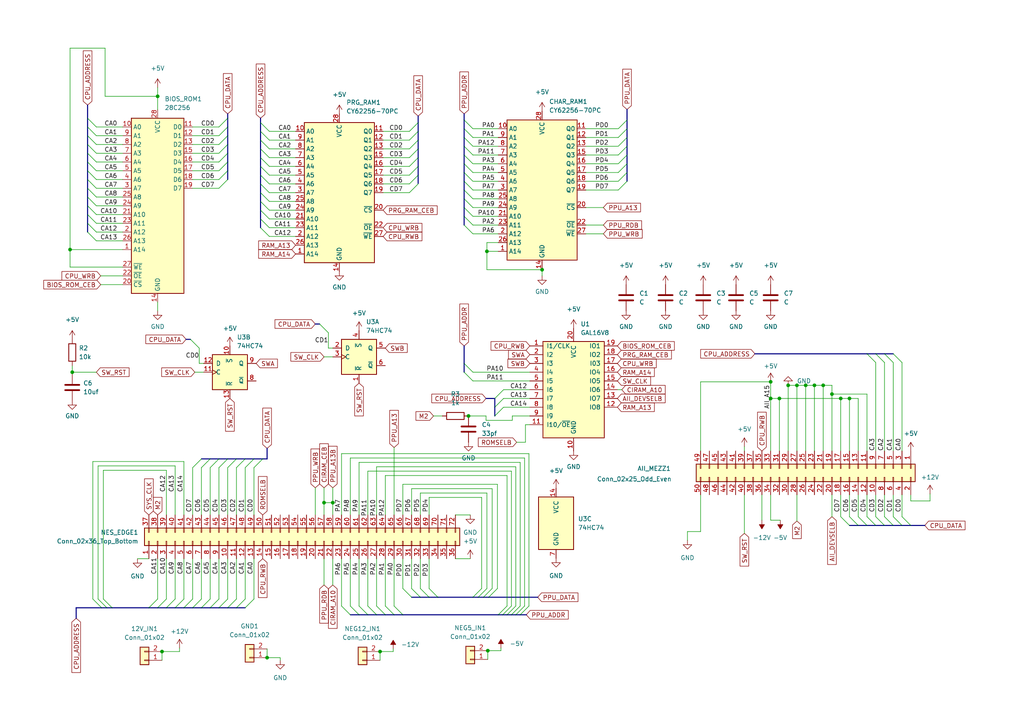
<source format=kicad_sch>
(kicad_sch (version 20211123) (generator eeschema)
  (paper "A4")
  (junction (at 110.236 188.976))
  (junction (at 157.226 78.232))
  (junction (at 20.32 72.39))
  (junction (at 241.3 114.3))
  (junction (at 77.47 190.754))
  (junction (at 223.52 115.57))
  (junction (at 135.89 120.65))
  (junction (at 226.06 115.57))
  (junction (at 243.84 115.57))
  (junction (at 231.14 111.76))
  (junction (at 45.72 27.94))
  (junction (at 141.478 188.722))
  (junction (at 228.6 111.76))
  (junction (at 246.38 115.57))
  (junction (at 141.224 72.898))
  (junction (at 93.98 145.796))
  (junction (at 238.76 111.76))
  (junction (at 233.68 111.76))
  (junction (at 20.955 107.95))
  (junction (at 46.99 188.976))
  (junction (at 236.22 111.76))
  (junction (at 223.52 110.744))
  (junction (at 96.52 145.796))
  (bus_entry (at 68.58 135.636) (size 2.54 -2.54))
  (bus_entry (at 116.84 170.688) (size 2.54 2.54))
  (bus_entry (at 119.38 170.688) (size 2.54 2.54))
  (bus_entry (at 63.5 36.83) (size 2.54 -2.54))
  (bus_entry (at 32.512 176.276) (size -2.54 -2.54))
  (bus_entry (at 121.285 35.56) (size -2.54 2.54))
  (bus_entry (at 137.16 67.818) (size -2.54 -2.54))
  (bus_entry (at 179.324 52.578) (size 2.54 -2.54))
  (bus_entry (at 30.988 176.276) (size -2.54 -2.54))
  (bus_entry (at 179.324 44.958) (size 2.54 -2.54))
  (bus_entry (at 137.16 60.198) (size -2.54 -2.54))
  (bus_entry (at 254 152.4) (size -2.54 -2.54))
  (bus_entry (at 25.4 44.45) (size 2.54 2.54))
  (bus_entry (at 137.16 52.578) (size -2.54 -2.54))
  (bus_entry (at 264.16 152.4) (size -2.54 -2.54))
  (bus_entry (at 75.565 66.04) (size 2.54 2.54))
  (bus_entry (at 25.4 64.77) (size 2.54 2.54))
  (bus_entry (at 60.96 176.276) (size 2.54 -2.54))
  (bus_entry (at 104.14 175.768) (size 2.54 2.54))
  (bus_entry (at 75.565 35.56) (size 2.54 2.54))
  (bus_entry (at 251.46 152.4) (size -2.54 -2.54))
  (bus_entry (at 121.285 40.64) (size -2.54 2.54))
  (bus_entry (at 248.92 152.4) (size -2.54 -2.54))
  (bus_entry (at 146.05 113.03) (size -2.54 2.54))
  (bus_entry (at 25.4 46.99) (size 2.54 2.54))
  (bus_entry (at 134.62 42.418) (size 2.54 2.54))
  (bus_entry (at 140.208 173.228) (size 2.54 -2.54))
  (bus_entry (at 150.876 178.308) (size 2.54 -2.54))
  (bus_entry (at 146.05 115.57) (size -2.54 2.54))
  (bus_entry (at 63.5 176.276) (size 2.54 -2.54))
  (bus_entry (at 109.22 175.768) (size 2.54 2.54))
  (bus_entry (at 25.4 54.61) (size 2.54 2.54))
  (bus_entry (at 134.62 37.338) (size 2.54 2.54))
  (bus_entry (at 75.565 38.1) (size 2.54 2.54))
  (bus_entry (at 254 105.156) (size -2.54 -2.54))
  (bus_entry (at 137.16 47.498) (size -2.54 -2.54))
  (bus_entry (at 256.54 105.156) (size -2.54 -2.54))
  (bus_entry (at 246.38 152.4) (size -2.54 -2.54))
  (bus_entry (at 121.285 50.8) (size -2.54 2.54))
  (bus_entry (at 92.71 93.98) (size 2.54 2.54))
  (bus_entry (at 75.565 48.26) (size 2.54 2.54))
  (bus_entry (at 48.26 176.276) (size 2.54 -2.54))
  (bus_entry (at 75.565 50.8) (size 2.54 2.54))
  (bus_entry (at 43.18 176.276) (size 2.54 -2.54))
  (bus_entry (at 25.4 67.31) (size 2.54 2.54))
  (bus_entry (at 145.796 178.308) (size 2.54 -2.54))
  (bus_entry (at 121.285 43.18) (size -2.54 2.54))
  (bus_entry (at 63.5 49.53) (size 2.54 -2.54))
  (bus_entry (at 111.76 175.768) (size 2.54 2.54))
  (bus_entry (at 179.324 39.878) (size 2.54 -2.54))
  (bus_entry (at 25.4 41.91) (size 2.54 2.54))
  (bus_entry (at 121.285 38.1) (size -2.54 2.54))
  (bus_entry (at 25.4 34.29) (size 2.54 2.54))
  (bus_entry (at 256.54 152.4) (size -2.54 -2.54))
  (bus_entry (at 149.606 178.308) (size 2.54 -2.54))
  (bus_entry (at 144.526 178.308) (size 2.54 -2.54))
  (bus_entry (at 25.4 39.37) (size 2.54 2.54))
  (bus_entry (at 261.62 105.156) (size -2.54 -2.54))
  (bus_entry (at 45.72 176.276) (size 2.54 -2.54))
  (bus_entry (at 134.62 34.798) (size 2.54 2.54))
  (bus_entry (at 75.565 40.64) (size 2.54 2.54))
  (bus_entry (at 101.6 175.768) (size 2.54 2.54))
  (bus_entry (at 137.16 50.038) (size -2.54 -2.54))
  (bus_entry (at 63.5 39.37) (size 2.54 -2.54))
  (bus_entry (at 73.66 135.636) (size 2.54 -2.54))
  (bus_entry (at 134.62 39.878) (size 2.54 2.54))
  (bus_entry (at 137.16 62.738) (size -2.54 -2.54))
  (bus_entry (at 25.4 59.69) (size 2.54 2.54))
  (bus_entry (at 58.42 176.276) (size 2.54 -2.54))
  (bus_entry (at 261.62 152.4) (size -2.54 -2.54))
  (bus_entry (at 50.8 176.276) (size 2.54 -2.54))
  (bus_entry (at 259.08 105.156) (size -2.54 -2.54))
  (bus_entry (at 137.16 65.278) (size -2.54 -2.54))
  (bus_entry (at 29.464 176.276) (size -2.54 -2.54))
  (bus_entry (at 53.34 176.276) (size 2.54 -2.54))
  (bus_entry (at 25.4 52.07) (size 2.54 2.54))
  (bus_entry (at 134.62 105.41) (size 2.54 2.54))
  (bus_entry (at 99.06 175.768) (size 2.54 2.54))
  (bus_entry (at 75.565 43.18) (size 2.54 2.54))
  (bus_entry (at 134.62 107.95) (size 2.54 2.54))
  (bus_entry (at 179.324 47.498) (size 2.54 -2.54))
  (bus_entry (at 66.04 176.276) (size 2.54 -2.54))
  (bus_entry (at 121.92 170.688) (size 2.54 2.54))
  (bus_entry (at 68.58 176.276) (size 2.54 -2.54))
  (bus_entry (at 25.4 57.15) (size 2.54 2.54))
  (bus_entry (at 58.42 135.636) (size 2.54 -2.54))
  (bus_entry (at 75.565 63.5) (size 2.54 2.54))
  (bus_entry (at 63.5 54.61) (size 2.54 -2.54))
  (bus_entry (at 25.4 36.83) (size 2.54 2.54))
  (bus_entry (at 137.16 57.658) (size -2.54 -2.54))
  (bus_entry (at 55.88 135.636) (size 2.54 -2.54))
  (bus_entry (at 71.12 176.276) (size 2.54 -2.54))
  (bus_entry (at 121.285 53.34) (size -2.54 2.54))
  (bus_entry (at 75.565 60.96) (size 2.54 2.54))
  (bus_entry (at 25.4 49.53) (size 2.54 2.54))
  (bus_entry (at 148.336 178.308) (size 2.54 -2.54))
  (bus_entry (at 137.16 173.228) (size 2.54 -2.54))
  (bus_entry (at 124.46 170.688) (size 2.54 2.54))
  (bus_entry (at 121.285 48.26) (size -2.54 2.54))
  (bus_entry (at 259.08 152.4) (size -2.54 -2.54))
  (bus_entry (at 179.324 42.418) (size 2.54 -2.54))
  (bus_entry (at 60.96 135.636) (size 2.54 -2.54))
  (bus_entry (at 71.12 135.636) (size 2.54 -2.54))
  (bus_entry (at 63.5 46.99) (size 2.54 -2.54))
  (bus_entry (at 63.5 52.07) (size 2.54 -2.54))
  (bus_entry (at 147.066 178.308) (size 2.54 -2.54))
  (bus_entry (at 179.324 50.038) (size 2.54 -2.54))
  (bus_entry (at 137.16 55.118) (size -2.54 -2.54))
  (bus_entry (at 75.565 55.88) (size 2.54 2.54))
  (bus_entry (at 179.324 37.338) (size 2.54 -2.54))
  (bus_entry (at 55.245 98.425) (size 2.54 2.54))
  (bus_entry (at 146.05 118.11) (size -2.54 2.54))
  (bus_entry (at 75.565 58.42) (size 2.54 2.54))
  (bus_entry (at 121.285 45.72) (size -2.54 2.54))
  (bus_entry (at 75.565 45.72) (size 2.54 2.54))
  (bus_entry (at 141.732 173.228) (size 2.54 -2.54))
  (bus_entry (at 66.04 135.636) (size 2.54 -2.54))
  (bus_entry (at 55.88 176.276) (size 2.54 -2.54))
  (bus_entry (at 63.5 41.91) (size 2.54 -2.54))
  (bus_entry (at 75.565 53.34) (size 2.54 2.54))
  (bus_entry (at 179.324 55.118) (size 2.54 -2.54))
  (bus_entry (at 25.4 62.23) (size 2.54 2.54))
  (bus_entry (at 116.84 178.308) (size -2.54 -2.54))
  (bus_entry (at 138.684 173.228) (size 2.54 -2.54))
  (bus_entry (at 63.5 44.45) (size 2.54 -2.54))
  (bus_entry (at 106.68 175.768) (size 2.54 2.54))
  (bus_entry (at 63.5 135.636) (size 2.54 -2.54))
  (wire (pts (xy 246.38 115.57) (xy 248.92 115.57)))
  (wire (pts (xy 226.06 115.57) (xy 243.84 115.57)))
  (wire (pts (xy 141.224 143.002) (xy 141.224 170.688)))
  (bus (pts (xy 106.68 178.308) (xy 109.22 178.308)))
  (wire (pts (xy 146.05 118.11) (xy 153.67 118.11)))
  (wire (pts (xy 146.05 113.03) (xy 153.67 113.03)))
  (wire (pts (xy 246.38 143.51) (xy 246.38 149.86)))
  (wire (pts (xy 137.16 67.818) (xy 144.526 67.818)))
  (bus (pts (xy 121.285 43.18) (xy 121.285 45.72)))
  (wire (pts (xy 116.84 162.052) (xy 116.84 170.688)))
  (wire (pts (xy 78.105 43.18) (xy 85.725 43.18)))
  (wire (pts (xy 223.52 143.51) (xy 223.52 150.876)))
  (wire (pts (xy 140.97 121.92) (xy 148.59 121.92)))
  (wire (pts (xy 121.92 149.352) (xy 121.92 143.002)))
  (wire (pts (xy 27.94 69.85) (xy 35.56 69.85)))
  (wire (pts (xy 137.16 47.498) (xy 144.526 47.498)))
  (wire (pts (xy 169.926 50.038) (xy 179.324 50.038)))
  (wire (pts (xy 93.98 103.505) (xy 96.52 103.505)))
  (bus (pts (xy 109.22 178.308) (xy 111.76 178.308)))
  (wire (pts (xy 149.606 135.382) (xy 149.606 175.768)))
  (bus (pts (xy 134.62 100.33) (xy 134.62 105.41)))
  (bus (pts (xy 75.565 40.64) (xy 75.565 43.18)))
  (bus (pts (xy 134.62 47.498) (xy 134.62 44.958)))
  (wire (pts (xy 137.16 62.738) (xy 144.526 62.738)))
  (bus (pts (xy 121.285 50.8) (xy 121.285 53.213)))
  (wire (pts (xy 55.88 54.61) (xy 63.5 54.61)))
  (bus (pts (xy 77.47 130.048) (xy 77.47 133.096)))
  (bus (pts (xy 140.208 173.228) (xy 141.732 173.228)))
  (wire (pts (xy 114.3 129.794) (xy 114.3 149.352)))
  (wire (pts (xy 111.76 149.352) (xy 111.76 137.922)))
  (wire (pts (xy 78.105 45.72) (xy 85.725 45.72)))
  (bus (pts (xy 114.3 178.308) (xy 116.84 178.308)))
  (wire (pts (xy 59.055 105.41) (xy 57.785 105.41)))
  (bus (pts (xy 25.4 39.37) (xy 25.4 41.91)))
  (wire (pts (xy 119.38 162.052) (xy 119.38 170.688)))
  (wire (pts (xy 228.6 111.76) (xy 231.14 111.76)))
  (wire (pts (xy 119.38 149.352) (xy 119.38 141.732)))
  (wire (pts (xy 109.22 162.052) (xy 109.22 175.768)))
  (bus (pts (xy 25.4 34.29) (xy 25.4 36.83)))
  (wire (pts (xy 27.94 39.37) (xy 35.56 39.37)))
  (wire (pts (xy 169.926 42.418) (xy 179.324 42.418)))
  (wire (pts (xy 96.52 145.796) (xy 96.52 149.352)))
  (wire (pts (xy 96.52 162.052) (xy 96.52 169.672)))
  (wire (pts (xy 148.59 120.65) (xy 153.67 120.65)))
  (wire (pts (xy 236.22 111.76) (xy 236.22 130.81)))
  (bus (pts (xy 148.336 178.308) (xy 149.606 178.308)))
  (wire (pts (xy 149.86 128.27) (xy 152.4 128.27)))
  (bus (pts (xy 22.098 176.276) (xy 22.098 179.324)))
  (wire (pts (xy 119.38 141.732) (xy 142.748 141.732)))
  (wire (pts (xy 48.26 149.352) (xy 48.26 136.398)))
  (wire (pts (xy 27.94 41.91) (xy 35.56 41.91)))
  (wire (pts (xy 77.47 190.754) (xy 81.28 190.754)))
  (wire (pts (xy 50.8 149.352) (xy 50.8 135.128)))
  (bus (pts (xy 134.62 57.658) (xy 134.62 55.118)))
  (bus (pts (xy 121.285 38.1) (xy 121.285 40.64)))
  (wire (pts (xy 53.34 133.858) (xy 26.924 133.858)))
  (wire (pts (xy 104.14 149.352) (xy 104.14 134.112)))
  (wire (pts (xy 45.72 27.94) (xy 45.72 31.75)))
  (wire (pts (xy 169.926 44.958) (xy 179.324 44.958)))
  (bus (pts (xy 60.96 133.096) (xy 63.5 133.096)))
  (bus (pts (xy 25.4 41.91) (xy 25.4 44.45)))
  (bus (pts (xy 25.4 52.07) (xy 25.4 54.61)))
  (bus (pts (xy 48.26 176.276) (xy 50.8 176.276)))
  (wire (pts (xy 226.06 115.57) (xy 226.06 130.81)))
  (wire (pts (xy 137.16 107.95) (xy 153.67 107.95)))
  (wire (pts (xy 20.32 77.47) (xy 20.32 72.39)))
  (wire (pts (xy 152.4 123.19) (xy 153.67 123.19)))
  (bus (pts (xy 181.864 39.878) (xy 181.864 42.418)))
  (bus (pts (xy 32.512 176.276) (xy 43.18 176.276)))
  (wire (pts (xy 231.14 111.76) (xy 233.68 111.76)))
  (wire (pts (xy 256.54 143.51) (xy 256.54 149.86)))
  (wire (pts (xy 104.14 162.052) (xy 104.14 175.768)))
  (wire (pts (xy 101.6 149.352) (xy 101.6 132.842)))
  (bus (pts (xy 254 102.616) (xy 256.54 102.616)))
  (bus (pts (xy 60.96 176.276) (xy 63.5 176.276)))
  (wire (pts (xy 93.98 145.796) (xy 96.52 145.796)))
  (wire (pts (xy 261.62 143.51) (xy 261.62 149.86)))
  (wire (pts (xy 106.68 162.052) (xy 106.68 175.768)))
  (wire (pts (xy 45.72 162.052) (xy 45.72 173.736)))
  (bus (pts (xy 134.62 37.338) (xy 134.62 34.798)))
  (wire (pts (xy 111.76 162.052) (xy 111.76 175.768)))
  (wire (pts (xy 146.05 115.57) (xy 153.67 115.57)))
  (bus (pts (xy 71.12 133.096) (xy 73.66 133.096)))
  (bus (pts (xy 55.88 176.276) (xy 58.42 176.276)))
  (wire (pts (xy 63.5 162.052) (xy 63.5 173.736)))
  (wire (pts (xy 215.9 129.54) (xy 215.9 130.81)))
  (wire (pts (xy 55.88 52.07) (xy 63.5 52.07)))
  (bus (pts (xy 134.62 62.738) (xy 134.62 60.198)))
  (wire (pts (xy 238.76 111.76) (xy 238.76 130.81)))
  (wire (pts (xy 132.08 162.052) (xy 136.398 162.052)))
  (bus (pts (xy 75.565 38.1) (xy 75.565 40.64)))
  (bus (pts (xy 121.285 35.56) (xy 121.285 38.1)))
  (bus (pts (xy 25.4 59.69) (xy 25.4 62.23)))
  (wire (pts (xy 27.94 36.83) (xy 35.56 36.83)))
  (wire (pts (xy 68.58 162.052) (xy 68.58 173.736)))
  (bus (pts (xy 181.864 44.958) (xy 181.864 47.498)))
  (wire (pts (xy 137.16 39.878) (xy 144.526 39.878)))
  (wire (pts (xy 223.52 110.744) (xy 223.52 115.57)))
  (bus (pts (xy 144.526 178.308) (xy 145.796 178.308)))
  (bus (pts (xy 140.97 115.57) (xy 143.51 115.57)))
  (wire (pts (xy 78.105 60.96) (xy 85.725 60.96)))
  (wire (pts (xy 71.12 162.052) (xy 71.12 173.736)))
  (bus (pts (xy 101.6 178.308) (xy 104.14 178.308)))
  (wire (pts (xy 27.94 44.45) (xy 35.56 44.45)))
  (wire (pts (xy 203.2 143.51) (xy 203.2 154.178)))
  (bus (pts (xy 259.08 152.4) (xy 261.62 152.4)))
  (bus (pts (xy 121.285 40.64) (xy 121.285 43.18)))
  (wire (pts (xy 104.14 134.112) (xy 150.876 134.112)))
  (bus (pts (xy 25.4 54.61) (xy 25.4 57.15)))
  (bus (pts (xy 134.62 50.038) (xy 134.62 47.498)))
  (wire (pts (xy 30.48 27.94) (xy 30.48 13.97)))
  (wire (pts (xy 71.12 135.636) (xy 71.12 149.352)))
  (bus (pts (xy 25.4 64.77) (xy 25.4 67.31)))
  (wire (pts (xy 141.478 188.722) (xy 141.478 191.262)))
  (bus (pts (xy 66.04 41.91) (xy 66.04 44.45)))
  (wire (pts (xy 137.16 37.338) (xy 144.526 37.338)))
  (bus (pts (xy 261.62 152.4) (xy 264.16 152.4)))
  (bus (pts (xy 25.4 30.48) (xy 25.4 34.29)))
  (wire (pts (xy 243.84 115.57) (xy 246.38 115.57)))
  (wire (pts (xy 150.876 134.112) (xy 150.876 175.768)))
  (bus (pts (xy 75.565 45.72) (xy 75.565 48.26)))
  (bus (pts (xy 58.42 133.096) (xy 60.96 133.096)))
  (bus (pts (xy 256.54 102.616) (xy 259.08 102.616)))
  (wire (pts (xy 68.58 135.636) (xy 68.58 149.352)))
  (bus (pts (xy 75.565 34.29) (xy 75.565 35.56)))
  (bus (pts (xy 25.4 44.45) (xy 25.4 46.99)))
  (wire (pts (xy 66.04 162.052) (xy 66.04 173.736)))
  (wire (pts (xy 27.94 54.61) (xy 35.56 54.61)))
  (wire (pts (xy 118.745 43.18) (xy 111.125 43.18)))
  (wire (pts (xy 93.98 162.052) (xy 93.98 169.672)))
  (wire (pts (xy 121.92 162.052) (xy 121.92 170.688)))
  (bus (pts (xy 121.285 45.72) (xy 121.285 48.26)))
  (wire (pts (xy 132.08 149.352) (xy 136.398 149.352)))
  (wire (pts (xy 169.926 60.198) (xy 175.006 60.198)))
  (wire (pts (xy 93.98 141.478) (xy 93.98 145.796)))
  (wire (pts (xy 241.3 143.51) (xy 241.3 149.86)))
  (wire (pts (xy 78.105 50.8) (xy 85.725 50.8)))
  (wire (pts (xy 78.105 53.34) (xy 85.725 53.34)))
  (wire (pts (xy 137.16 65.278) (xy 144.526 65.278)))
  (bus (pts (xy 134.62 60.198) (xy 134.62 57.658)))
  (bus (pts (xy 53.975 98.425) (xy 55.245 98.425)))
  (wire (pts (xy 118.745 38.1) (xy 111.125 38.1)))
  (bus (pts (xy 143.51 115.57) (xy 143.51 118.11)))
  (bus (pts (xy 66.04 133.096) (xy 68.58 133.096)))
  (bus (pts (xy 119.38 173.228) (xy 121.92 173.228)))
  (wire (pts (xy 109.22 135.382) (xy 149.606 135.382)))
  (wire (pts (xy 27.94 49.53) (xy 35.56 49.53)))
  (wire (pts (xy 179.07 113.03) (xy 180.34 113.03)))
  (wire (pts (xy 106.68 136.652) (xy 148.336 136.652)))
  (wire (pts (xy 125.73 120.65) (xy 128.27 120.65)))
  (bus (pts (xy 251.46 102.616) (xy 254 102.616)))
  (wire (pts (xy 114.3 162.052) (xy 114.3 175.768)))
  (wire (pts (xy 118.745 48.26) (xy 111.125 48.26)))
  (bus (pts (xy 75.565 55.88) (xy 75.565 58.42)))
  (wire (pts (xy 148.336 136.652) (xy 148.336 175.768)))
  (wire (pts (xy 91.44 141.478) (xy 91.44 149.352)))
  (wire (pts (xy 48.26 162.052) (xy 48.26 173.736)))
  (wire (pts (xy 141.478 188.722) (xy 145.288 188.722)))
  (wire (pts (xy 57.785 105.41) (xy 57.785 100.965)))
  (wire (pts (xy 52.07 188.976) (xy 52.07 187.96)))
  (bus (pts (xy 75.565 60.96) (xy 75.565 63.5)))
  (wire (pts (xy 53.34 162.052) (xy 53.34 173.736)))
  (wire (pts (xy 28.448 135.128) (xy 28.448 173.736)))
  (bus (pts (xy 73.66 133.096) (xy 76.2 133.096)))
  (wire (pts (xy 20.955 107.95) (xy 20.955 108.585)))
  (bus (pts (xy 76.2 133.096) (xy 77.47 133.096)))
  (wire (pts (xy 55.88 39.37) (xy 63.5 39.37)))
  (wire (pts (xy 169.926 39.878) (xy 179.324 39.878)))
  (wire (pts (xy 60.96 135.636) (xy 60.96 149.352)))
  (wire (pts (xy 157.226 80.01) (xy 157.226 78.232)))
  (bus (pts (xy 50.8 176.276) (xy 53.34 176.276)))
  (wire (pts (xy 141.224 70.358) (xy 144.526 70.358)))
  (wire (pts (xy 99.06 131.572) (xy 153.416 131.572)))
  (bus (pts (xy 134.62 105.41) (xy 134.62 107.95)))
  (wire (pts (xy 241.3 111.76) (xy 241.3 114.3)))
  (wire (pts (xy 106.68 149.352) (xy 106.68 136.652)))
  (wire (pts (xy 256.54 105.156) (xy 256.54 130.81)))
  (wire (pts (xy 27.94 59.69) (xy 35.56 59.69)))
  (wire (pts (xy 199.39 154.178) (xy 199.39 156.718)))
  (wire (pts (xy 58.42 162.052) (xy 58.42 173.736)))
  (wire (pts (xy 99.06 149.352) (xy 99.06 131.572)))
  (wire (pts (xy 169.926 47.498) (xy 179.324 47.498)))
  (wire (pts (xy 118.745 55.88) (xy 111.125 55.88)))
  (wire (pts (xy 124.46 144.272) (xy 139.7 144.272)))
  (wire (pts (xy 101.6 132.842) (xy 152.146 132.842)))
  (wire (pts (xy 137.16 55.118) (xy 144.526 55.118)))
  (wire (pts (xy 259.08 105.156) (xy 259.08 130.81)))
  (wire (pts (xy 241.3 114.3) (xy 241.3 130.81)))
  (bus (pts (xy 127 173.228) (xy 137.16 173.228)))
  (bus (pts (xy 68.58 176.276) (xy 71.12 176.276)))
  (bus (pts (xy 75.565 43.18) (xy 75.565 45.72)))
  (wire (pts (xy 251.46 114.3) (xy 251.46 130.81)))
  (wire (pts (xy 45.72 25.4) (xy 45.72 27.94)))
  (bus (pts (xy 121.285 48.26) (xy 121.285 50.8)))
  (wire (pts (xy 78.105 48.26) (xy 85.725 48.26)))
  (wire (pts (xy 169.926 67.818) (xy 175.006 67.818)))
  (bus (pts (xy 141.732 173.228) (xy 155.956 173.228)))
  (wire (pts (xy 169.926 52.578) (xy 179.324 52.578)))
  (bus (pts (xy 134.62 52.578) (xy 134.62 50.038)))
  (wire (pts (xy 121.92 143.002) (xy 141.224 143.002)))
  (wire (pts (xy 264.16 145.288) (xy 269.748 145.288)))
  (wire (pts (xy 169.926 65.278) (xy 175.006 65.278)))
  (wire (pts (xy 223.52 150.876) (xy 226.314 150.876)))
  (wire (pts (xy 137.16 52.578) (xy 144.526 52.578)))
  (wire (pts (xy 78.105 58.42) (xy 85.725 58.42)))
  (wire (pts (xy 96.52 100.965) (xy 95.25 100.965)))
  (wire (pts (xy 55.88 135.636) (xy 55.88 149.352)))
  (wire (pts (xy 55.88 44.45) (xy 63.5 44.45)))
  (wire (pts (xy 73.66 162.052) (xy 73.66 173.736)))
  (wire (pts (xy 78.105 68.58) (xy 85.725 68.58)))
  (bus (pts (xy 134.62 44.958) (xy 134.62 42.418)))
  (bus (pts (xy 75.565 35.56) (xy 75.565 38.1)))
  (wire (pts (xy 45.72 87.63) (xy 45.72 90.17)))
  (wire (pts (xy 228.6 111.76) (xy 228.6 130.81)))
  (bus (pts (xy 248.92 152.4) (xy 251.46 152.4)))
  (wire (pts (xy 144.272 140.462) (xy 144.272 170.688)))
  (wire (pts (xy 140.97 120.65) (xy 140.97 121.92)))
  (wire (pts (xy 114.046 188.976) (xy 114.046 188.214)))
  (bus (pts (xy 63.5 133.096) (xy 66.04 133.096)))
  (wire (pts (xy 63.5 135.636) (xy 63.5 149.352)))
  (wire (pts (xy 81.28 190.754) (xy 81.28 191.516)))
  (wire (pts (xy 243.84 115.57) (xy 243.84 130.81)))
  (wire (pts (xy 26.924 133.858) (xy 26.924 173.736)))
  (wire (pts (xy 27.94 62.23) (xy 35.56 62.23)))
  (bus (pts (xy 134.62 34.798) (xy 134.62 33.02)))
  (bus (pts (xy 66.04 49.53) (xy 66.04 52.07)))
  (wire (pts (xy 78.105 55.88) (xy 85.725 55.88)))
  (wire (pts (xy 231.14 143.51) (xy 231.14 151.13)))
  (bus (pts (xy 137.16 173.228) (xy 138.684 173.228)))
  (wire (pts (xy 248.92 115.57) (xy 248.92 130.81)))
  (wire (pts (xy 251.46 143.51) (xy 251.46 149.86)))
  (wire (pts (xy 259.08 143.51) (xy 259.08 149.86)))
  (bus (pts (xy 254 152.4) (xy 256.54 152.4)))
  (wire (pts (xy 27.94 52.07) (xy 35.56 52.07)))
  (wire (pts (xy 152.4 128.27) (xy 152.4 123.19)))
  (wire (pts (xy 124.46 149.352) (xy 124.46 144.272)))
  (wire (pts (xy 55.88 162.052) (xy 55.88 173.736)))
  (wire (pts (xy 152.146 132.842) (xy 152.146 175.768)))
  (wire (pts (xy 148.59 121.92) (xy 148.59 120.65)))
  (wire (pts (xy 29.972 136.398) (xy 29.972 173.736)))
  (bus (pts (xy 45.72 176.276) (xy 48.26 176.276)))
  (bus (pts (xy 124.46 173.228) (xy 127 173.228)))
  (wire (pts (xy 203.2 154.178) (xy 199.39 154.178)))
  (wire (pts (xy 147.066 137.922) (xy 147.066 175.768)))
  (bus (pts (xy 134.62 65.278) (xy 134.62 62.738)))
  (bus (pts (xy 66.04 176.276) (xy 68.58 176.276)))
  (wire (pts (xy 109.22 149.352) (xy 109.22 135.382)))
  (wire (pts (xy 55.88 46.99) (xy 63.5 46.99)))
  (bus (pts (xy 75.565 53.34) (xy 75.565 55.88)))
  (bus (pts (xy 25.4 62.23) (xy 25.4 64.77)))
  (wire (pts (xy 233.68 111.76) (xy 233.68 130.81)))
  (bus (pts (xy 181.864 42.418) (xy 181.864 44.958)))
  (wire (pts (xy 246.38 115.57) (xy 246.38 130.81)))
  (wire (pts (xy 233.68 111.76) (xy 236.22 111.76)))
  (bus (pts (xy 145.796 178.308) (xy 147.066 178.308)))
  (bus (pts (xy 66.04 36.83) (xy 66.04 39.37)))
  (wire (pts (xy 116.84 140.462) (xy 144.272 140.462)))
  (bus (pts (xy 104.14 178.308) (xy 106.68 178.308)))
  (bus (pts (xy 25.4 49.53) (xy 25.4 52.07)))
  (bus (pts (xy 138.684 173.228) (xy 140.208 173.228)))
  (bus (pts (xy 25.4 36.83) (xy 25.4 39.37)))
  (wire (pts (xy 141.224 78.232) (xy 157.226 78.232)))
  (wire (pts (xy 137.16 44.958) (xy 144.526 44.958)))
  (bus (pts (xy 143.51 118.11) (xy 143.51 120.65)))
  (wire (pts (xy 55.88 36.83) (xy 63.5 36.83)))
  (wire (pts (xy 27.94 67.31) (xy 35.56 67.31)))
  (wire (pts (xy 124.46 162.052) (xy 124.46 170.688)))
  (wire (pts (xy 50.8 162.052) (xy 50.8 173.736)))
  (wire (pts (xy 48.26 136.398) (xy 29.972 136.398)))
  (bus (pts (xy 150.876 178.308) (xy 152.654 178.308)))
  (bus (pts (xy 116.84 178.308) (xy 144.526 178.308)))
  (wire (pts (xy 20.955 106.045) (xy 20.955 107.95)))
  (wire (pts (xy 223.52 115.57) (xy 223.52 130.81)))
  (bus (pts (xy 66.04 46.99) (xy 66.04 49.53)))
  (wire (pts (xy 95.25 100.965) (xy 95.25 96.52)))
  (wire (pts (xy 73.66 135.636) (xy 73.66 149.352)))
  (bus (pts (xy 256.54 152.4) (xy 259.08 152.4)))
  (wire (pts (xy 243.84 143.51) (xy 243.84 149.86)))
  (bus (pts (xy 75.565 50.8) (xy 75.565 53.34)))
  (wire (pts (xy 53.34 149.352) (xy 53.34 133.858)))
  (bus (pts (xy 22.098 176.276) (xy 29.464 176.276)))
  (wire (pts (xy 60.96 162.052) (xy 60.96 173.736)))
  (wire (pts (xy 141.224 72.898) (xy 141.224 78.232)))
  (wire (pts (xy 118.745 53.34) (xy 111.125 53.34)))
  (wire (pts (xy 99.06 162.052) (xy 99.06 175.768)))
  (bus (pts (xy 91.44 93.98) (xy 92.71 93.98)))
  (bus (pts (xy 25.4 57.15) (xy 25.4 59.69)))
  (wire (pts (xy 55.88 49.53) (xy 63.5 49.53)))
  (bus (pts (xy 66.04 39.37) (xy 66.04 41.91)))
  (wire (pts (xy 45.72 27.94) (xy 30.48 27.94)))
  (wire (pts (xy 157.226 78.232) (xy 157.226 77.978)))
  (bus (pts (xy 181.864 47.498) (xy 181.864 50.038)))
  (bus (pts (xy 25.4 46.99) (xy 25.4 49.53)))
  (wire (pts (xy 27.94 64.77) (xy 35.56 64.77)))
  (wire (pts (xy 238.76 111.76) (xy 241.3 111.76)))
  (wire (pts (xy 153.416 131.572) (xy 153.416 175.768)))
  (wire (pts (xy 101.6 162.052) (xy 101.6 175.768)))
  (wire (pts (xy 50.8 135.128) (xy 28.448 135.128)))
  (wire (pts (xy 118.745 45.72) (xy 111.125 45.72)))
  (wire (pts (xy 236.22 111.76) (xy 238.76 111.76)))
  (wire (pts (xy 20.32 13.97) (xy 20.32 72.39)))
  (wire (pts (xy 141.224 72.898) (xy 144.526 72.898)))
  (wire (pts (xy 56.515 107.95) (xy 59.055 107.95)))
  (bus (pts (xy 68.58 133.096) (xy 71.12 133.096)))
  (bus (pts (xy 181.864 50.038) (xy 181.864 52.578)))
  (wire (pts (xy 269.748 145.288) (xy 269.748 143.256)))
  (wire (pts (xy 248.92 143.51) (xy 248.92 149.86)))
  (wire (pts (xy 254 105.156) (xy 254 130.81)))
  (bus (pts (xy 111.76 178.308) (xy 114.3 178.308)))
  (bus (pts (xy 30.988 176.276) (xy 32.512 176.276)))
  (wire (pts (xy 110.236 188.976) (xy 114.046 188.976)))
  (wire (pts (xy 141.224 70.358) (xy 141.224 72.898)))
  (wire (pts (xy 203.2 110.744) (xy 203.2 130.81)))
  (bus (pts (xy 58.42 176.276) (xy 60.96 176.276)))
  (wire (pts (xy 27.94 46.99) (xy 35.56 46.99)))
  (bus (pts (xy 264.16 152.4) (xy 268.224 152.4)))
  (wire (pts (xy 116.84 149.352) (xy 116.84 140.462)))
  (wire (pts (xy 241.3 114.3) (xy 251.46 114.3)))
  (wire (pts (xy 55.88 41.91) (xy 63.5 41.91)))
  (wire (pts (xy 169.926 37.338) (xy 179.324 37.338)))
  (wire (pts (xy 110.236 188.976) (xy 110.236 191.516)))
  (bus (pts (xy 43.18 176.276) (xy 45.72 176.276)))
  (bus (pts (xy 134.62 42.418) (xy 134.62 39.878)))
  (wire (pts (xy 78.105 38.1) (xy 85.725 38.1)))
  (bus (pts (xy 246.38 152.4) (xy 248.92 152.4)))
  (wire (pts (xy 169.926 55.118) (xy 179.324 55.118)))
  (wire (pts (xy 264.16 143.51) (xy 264.16 145.288)))
  (bus (pts (xy 149.606 178.308) (xy 150.876 178.308)))
  (wire (pts (xy 20.32 72.39) (xy 35.56 72.39)))
  (wire (pts (xy 137.16 60.198) (xy 144.526 60.198)))
  (bus (pts (xy 75.565 63.5) (xy 75.565 66.04)))
  (bus (pts (xy 63.5 176.276) (xy 66.04 176.276)))
  (wire (pts (xy 43.18 162.052) (xy 39.878 162.052)))
  (wire (pts (xy 137.16 110.49) (xy 153.67 110.49)))
  (wire (pts (xy 137.16 57.658) (xy 144.526 57.658)))
  (wire (pts (xy 20.955 107.95) (xy 27.94 107.95)))
  (bus (pts (xy 181.864 31.75) (xy 181.864 34.798)))
  (bus (pts (xy 134.62 39.878) (xy 134.62 37.338)))
  (bus (pts (xy 29.464 176.276) (xy 30.988 176.276)))
  (bus (pts (xy 75.565 48.26) (xy 75.565 50.8)))
  (wire (pts (xy 142.748 141.732) (xy 142.748 170.688)))
  (wire (pts (xy 78.105 66.04) (xy 85.725 66.04)))
  (wire (pts (xy 139.7 144.272) (xy 139.7 170.688)))
  (bus (pts (xy 75.565 58.42) (xy 75.565 60.96)))
  (wire (pts (xy 223.52 110.744) (xy 203.2 110.744)))
  (wire (pts (xy 215.9 143.51) (xy 215.9 154.686)))
  (wire (pts (xy 78.105 63.5) (xy 85.725 63.5)))
  (wire (pts (xy 93.98 145.796) (xy 93.98 149.352)))
  (bus (pts (xy 147.066 178.308) (xy 148.336 178.308)))
  (wire (pts (xy 137.16 42.418) (xy 144.526 42.418)))
  (bus (pts (xy 66.04 33.02) (xy 66.04 34.29)))
  (bus (pts (xy 53.34 176.276) (xy 55.88 176.276)))
  (bus (pts (xy 251.46 152.4) (xy 254 152.4)))
  (wire (pts (xy 58.42 135.636) (xy 58.42 149.352)))
  (wire (pts (xy 118.745 40.64) (xy 111.125 40.64)))
  (bus (pts (xy 181.864 37.338) (xy 181.864 39.878)))
  (bus (pts (xy 181.864 34.798) (xy 181.864 37.338)))
  (wire (pts (xy 46.99 188.976) (xy 46.99 191.516)))
  (wire (pts (xy 96.52 141.478) (xy 96.52 145.796)))
  (bus (pts (xy 121.285 33.655) (xy 121.285 35.56)))
  (wire (pts (xy 29.21 80.01) (xy 35.56 80.01)))
  (wire (pts (xy 46.99 188.976) (xy 52.07 188.976)))
  (wire (pts (xy 29.21 82.55) (xy 35.56 82.55)))
  (wire (pts (xy 137.16 50.038) (xy 144.526 50.038)))
  (bus (pts (xy 121.92 173.228) (xy 124.46 173.228)))
  (wire (pts (xy 135.89 120.65) (xy 140.97 120.65)))
  (wire (pts (xy 220.98 143.51) (xy 220.98 150.876)))
  (wire (pts (xy 118.745 50.8) (xy 111.125 50.8)))
  (bus (pts (xy 134.62 55.118) (xy 134.62 52.578)))
  (wire (pts (xy 223.52 115.57) (xy 226.06 115.57)))
  (wire (pts (xy 111.76 137.922) (xy 147.066 137.922)))
  (wire (pts (xy 145.288 188.722) (xy 145.288 187.96)))
  (wire (pts (xy 66.04 135.636) (xy 66.04 149.352)))
  (bus (pts (xy 218.948 102.616) (xy 251.46 102.616)))
  (wire (pts (xy 254 143.51) (xy 254 149.86)))
  (wire (pts (xy 231.14 111.76) (xy 231.14 130.81)))
  (wire (pts (xy 78.105 40.64) (xy 85.725 40.64)))
  (bus (pts (xy 66.04 34.29) (xy 66.04 36.83)))
  (wire (pts (xy 20.32 77.47) (xy 35.56 77.47)))
  (wire (pts (xy 261.62 105.156) (xy 261.62 130.81)))
  (wire (pts (xy 77.47 188.214) (xy 77.47 190.754)))
  (wire (pts (xy 27.94 57.15) (xy 35.56 57.15)))
  (wire (pts (xy 30.48 13.97) (xy 20.32 13.97)))
  (bus (pts (xy 66.04 44.45) (xy 66.04 46.99)))
  (label "PA6" (at 99.06 166.878 90))
  (label "PA5" (at 101.6 166.878 90))
  (label "PD6" (at 176.53 52.578 180))
  (label "CA13" (at 152.908 115.57 180))
  (label "PA8" (at 101.6 144.78 270))
  (label "CD4" (at 116.84 48.26 180))
  (label "CA6" (at 84.455 53.34 180))
  (label "CA4" (at 84.455 48.26 180))
  (label "PA0" (at 114.3 166.878 90))
  (label "PA11" (at 146.05 110.49 180))
  (label "CD3" (at 116.84 45.72 180))
  (label "CA12" (at 48.26 142.748 90))
  (label "CA1" (at 84.455 40.64 180))
  (label "CA8" (at 34.036 57.15 180))
  (label "PD7" (at 176.53 55.118 180))
  (label "PA10" (at 143.51 62.738 180))
  (label "CA10" (at 34.036 62.23 180))
  (label "CA10" (at 84.455 63.5 180))
  (label "CA7" (at 84.455 55.88 180))
  (label "CD0" (at 116.84 38.1 180))
  (label "CA4" (at 63.5 166.624 90))
  (label "CD2" (at 62.23 41.91 180))
  (label "CD4" (at 62.23 46.99 180))
  (label "CD4" (at 251.46 148.59 90))
  (label "CA2" (at 84.455 43.18 180))
  (label "CA3" (at 254 130.81 90))
  (label "CD1" (at 259.08 148.59 90))
  (label "PD0" (at 176.53 37.338 180))
  (label "CA2" (at 68.58 166.624 90))
  (label "CD0" (at 57.785 104.14 180))
  (label "CD5" (at 60.96 148.59 90))
  (label "CD0" (at 73.66 148.59 90))
  (label "CD1" (at 95.25 99.695 180))
  (label "PA12" (at 111.76 144.78 270))
  (label "CA6" (at 34.036 52.07 180))
  (label "CA5" (at 60.96 166.624 90))
  (label "PA12" (at 143.51 42.418 180))
  (label "PD5" (at 176.53 50.038 180))
  (label "CD2" (at 256.54 148.59 90))
  (label "PA8" (at 143.51 57.658 180))
  (label "PA0" (at 143.51 37.338 180))
  (label "CA8" (at 53.34 166.624 90))
  (label "CD1" (at 62.23 39.37 180))
  (label "PA4" (at 143.51 50.038 180))
  (label "CD0" (at 62.23 36.83 180))
  (label "CD5" (at 116.84 50.8 180))
  (label "CA13" (at 50.8 142.748 90))
  (label "AII_A15" (at 223.52 118.618 90))
  (label "CD3" (at 62.23 44.45 180))
  (label "PA3" (at 106.68 166.878 90))
  (label "CA2" (at 34.036 41.91 180))
  (label "PA2" (at 143.51 65.278 180))
  (label "PD4" (at 176.53 47.498 180))
  (label "CA3" (at 34.036 44.45 180))
  (label "PD3" (at 176.53 44.958 180))
  (label "CD6" (at 62.23 52.07 180))
  (label "CD1" (at 116.84 40.64 180))
  (label "CA14" (at 53.34 142.748 90))
  (label "PA1" (at 111.76 166.878 90))
  (label "CA0" (at 34.036 36.83 180))
  (label "CA7" (at 34.036 54.61 180))
  (label "PD7" (at 116.84 148.59 90))
  (label "CA4" (at 34.036 46.99 180))
  (label "CD0" (at 261.62 148.59 90))
  (label "PA11" (at 106.68 144.78 270))
  (label "CA1" (at 259.08 130.81 90))
  (label "PD3" (at 124.46 163.322 270))
  (label "CD6" (at 246.38 148.59 90))
  (label "CA11" (at 45.72 166.624 90))
  (label "CA9" (at 50.8 166.624 90))
  (label "PD5" (at 121.92 148.59 90))
  (label "PA9" (at 143.51 60.198 180))
  (label "PA7" (at 99.06 144.78 270))
  (label "CA5" (at 84.455 50.8 180))
  (label "PA1" (at 143.51 39.878 180))
  (label "CA0" (at 261.62 130.81 90))
  (label "CD5" (at 62.23 49.53 180))
  (label "CA14" (at 152.908 118.11 180))
  (label "CD6" (at 58.42 148.59 90))
  (label "CA9" (at 84.455 60.96 180))
  (label "CA1" (at 71.12 166.624 90))
  (label "CA5" (at 34.036 49.53 180))
  (label "CD2" (at 68.58 148.59 90))
  (label "CA11" (at 84.455 66.04 180))
  (label "CD2" (at 116.84 43.18 180))
  (label "CD3" (at 66.04 148.59 90))
  (label "CD3" (at 254 148.59 90))
  (label "CA0" (at 73.66 166.624 90))
  (label "PD6" (at 119.38 148.59 90))
  (label "PA9" (at 104.14 144.78 270))
  (label "CD4" (at 63.5 148.59 90))
  (label "PA10" (at 146.05 107.95 180))
  (label "CA1" (at 34.036 39.37 180))
  (label "PD2" (at 121.92 163.322 270))
  (label "CA7" (at 55.88 166.624 90))
  (label "CD7" (at 55.88 148.59 90))
  (label "PA6" (at 143.51 67.818 180))
  (label "CD1" (at 71.12 148.59 90))
  (label "CA3" (at 66.04 166.624 90))
  (label "CA8" (at 84.455 58.42 180))
  (label "CA12" (at 34.036 67.31 180))
  (label "CA10" (at 48.26 166.624 90))
  (label "CA2" (at 256.54 130.81 90))
  (label "CA0" (at 84.455 38.1 180))
  (label "CA13" (at 34.036 69.85 180))
  (label "CA9" (at 34.036 59.69 180))
  (label "PA2" (at 109.22 166.878 90))
  (label "PA11" (at 143.51 44.958 180))
  (label "CD7" (at 116.84 55.88 180))
  (label "PD2" (at 176.53 42.418 180))
  (label "CA12" (at 84.455 68.58 180))
  (label "PA3" (at 143.51 47.498 180))
  (label "CD7" (at 62.23 54.61 180))
  (label "PA7" (at 143.51 55.118 180))
  (label "CA3" (at 84.455 45.72 180))
  (label "PA10" (at 109.22 144.78 270))
  (label "PA4" (at 104.14 166.878 90))
  (label "CA12" (at 152.908 113.03 180))
  (label "CA6" (at 58.42 166.624 90))
  (label "PD1" (at 119.38 163.322 270))
  (label "CD5" (at 248.92 148.59 90))
  (label "PD4" (at 124.46 148.59 90))
  (label "CD7" (at 243.84 148.59 90))
  (label "PA5" (at 143.51 52.578 180))
  (label "PD1" (at 176.53 39.878 180))
  (label "PD0" (at 116.84 163.322 270))
  (label "CA11" (at 34.036 64.77 180))
  (label "CD6" (at 116.84 53.34 180))
  (global_label "SW_RST" (shape input) (at 27.94 107.95 0) (property "Intersheet References" "${INTERSHEET_REFS}" (effects hide)))
  (global_label "PPU_WRB" (shape input) (at 91.44 141.478 90) (property "Intersheet References" "${INTERSHEET_REFS}" (effects hide)))
  (global_label "CPU_RWB" (shape input) (at 153.67 100.33 180) (property "Intersheet References" "${INTERSHEET_REFS}" (effects hide)))
  (global_label "M2" (shape input) (at 231.14 151.13 270) (property "Intersheet References" "${INTERSHEET_REFS}" (effects hide)))
  (global_label "CPU_DATA" (shape input) (at 53.975 98.425 180) (property "Intersheet References" "${INTERSHEET_REFS}" (effects hide)))
  (global_label "PRG_RAM_CEB" (shape input) (at 179.07 102.87 0) (property "Intersheet References" "${INTERSHEET_REFS}" (effects hide)))
  (global_label "M2" (shape input) (at 125.73 120.65 180) (property "Intersheet References" "${INTERSHEET_REFS}" (effects hide)))
  (global_label "CPU_DATA" (shape input) (at 66.04 33.02 90) (property "Intersheet References" "${INTERSHEET_REFS}" (effects hide)))
  (global_label "PPU_WRB" (shape input) (at 175.006 67.818 0) (property "Intersheet References" "${INTERSHEET_REFS}" (effects hide)))
  (global_label "CPU_RWB" (shape input) (at 111.125 68.58 0) (property "Intersheet References" "${INTERSHEET_REFS}" (effects hide)))
  (global_label "CIRAM_A10" (shape input) (at 180.34 113.03 0) (property "Intersheet References" "${INTERSHEET_REFS}" (effects hide)))
  (global_label "CPU_ADDRESS" (shape input) (at 140.97 115.57 180) (property "Intersheet References" "${INTERSHEET_REFS}" (effects hide)))
  (global_label "CPU_ADDRESS" (shape input) (at 22.098 179.324 270) (property "Intersheet References" "${INTERSHEET_REFS}" (effects hide)))
  (global_label "SWB" (shape input) (at 153.67 105.41 180) (property "Intersheet References" "${INTERSHEET_REFS}" (effects hide)))
  (global_label "PPU_ADDR" (shape input) (at 134.62 33.02 90) (property "Intersheet References" "${INTERSHEET_REFS}" (effects hide)))
  (global_label "PPU_DATA" (shape input) (at 155.956 173.228 0) (property "Intersheet References" "${INTERSHEET_REFS}" (effects hide)))
  (global_label "RAM_A13" (shape input) (at 85.725 71.12 180) (property "Intersheet References" "${INTERSHEET_REFS}" (effects hide)))
  (global_label "AII_DEVSELB" (shape input) (at 179.07 115.57 0) (property "Intersheet References" "${INTERSHEET_REFS}" (effects hide)))
  (global_label "ROMSELB" (shape input) (at 149.86 128.27 180) (property "Intersheet References" "${INTERSHEET_REFS}" (effects hide)))
  (global_label "AII_DEVSELB" (shape input) (at 241.3 149.86 270) (property "Intersheet References" "${INTERSHEET_REFS}" (effects hide)))
  (global_label "CPU_RWB" (shape input) (at 76.2 162.052 270) (property "Intersheet References" "${INTERSHEET_REFS}" (effects hide)))
  (global_label "BIOS_ROM_CEB" (shape input) (at 179.07 100.33 0) (property "Intersheet References" "${INTERSHEET_REFS}" (effects hide)))
  (global_label "ROMSELB" (shape input) (at 76.2 149.352 90) (property "Intersheet References" "${INTERSHEET_REFS}" (effects hide)))
  (global_label "PPU_A13" (shape input) (at 175.006 60.198 0) (property "Intersheet References" "${INTERSHEET_REFS}" (effects hide)))
  (global_label "M2" (shape input) (at 45.72 149.352 90) (property "Intersheet References" "${INTERSHEET_REFS}" (effects hide)))
  (global_label "CPU_WRB" (shape input) (at 179.07 105.41 0) (property "Intersheet References" "${INTERSHEET_REFS}" (effects hide)))
  (global_label "SW_RST" (shape input) (at 215.9 154.686 270) (property "Intersheet References" "${INTERSHEET_REFS}" (effects hide)))
  (global_label "CPU_ADDRESS" (shape input) (at 218.948 102.616 180) (property "Intersheet References" "${INTERSHEET_REFS}" (effects hide)))
  (global_label "CPU_ADDRESS" (shape input) (at 25.4 30.48 90) (property "Intersheet References" "${INTERSHEET_REFS}" (effects hide)))
  (global_label "CPU_ADDRESS" (shape input) (at 75.565 34.29 90) (property "Intersheet References" "${INTERSHEET_REFS}" (effects hide)))
  (global_label "CPU_RWB" (shape input) (at 220.98 130.81 90) (property "Intersheet References" "${INTERSHEET_REFS}" (effects hide)))
  (global_label "RAM_A14" (shape input) (at 179.07 107.95 0) (property "Intersheet References" "${INTERSHEET_REFS}" (effects hide)))
  (global_label "CIRAM_A10" (shape input) (at 96.52 169.672 270) (property "Intersheet References" "${INTERSHEET_REFS}" (effects hide)))
  (global_label "CPU_WRB" (shape input) (at 29.21 80.01 180) (property "Intersheet References" "${INTERSHEET_REFS}" (effects hide)))
  (global_label "BIOS_ROM_CEB" (shape input) (at 29.21 82.55 180) (property "Intersheet References" "${INTERSHEET_REFS}" (effects hide)))
  (global_label "SW_CLK" (shape input) (at 56.515 107.95 180) (property "Intersheet References" "${INTERSHEET_REFS}" (effects hide)))
  (global_label "SWA" (shape input) (at 74.295 105.41 0) (property "Intersheet References" "${INTERSHEET_REFS}" (effects hide)))
  (global_label "SYS_CLK" (shape input) (at 43.18 149.352 90) (property "Intersheet References" "${INTERSHEET_REFS}" (effects hide)))
  (global_label "PRG_RAM_CEB" (shape input) (at 111.125 60.96 0) (property "Intersheet References" "${INTERSHEET_REFS}" (effects hide)))
  (global_label "PPU_ADDR" (shape input) (at 152.654 178.308 0) (property "Intersheet References" "${INTERSHEET_REFS}" (effects hide)))
  (global_label "CPU_WRB" (shape input) (at 111.125 66.04 0) (property "Intersheet References" "${INTERSHEET_REFS}" (effects hide)))
  (global_label "SWB" (shape input) (at 111.76 100.965 0) (property "Intersheet References" "${INTERSHEET_REFS}" (effects hide)))
  (global_label "PPU_RDB" (shape input) (at 93.98 169.672 270) (property "Intersheet References" "${INTERSHEET_REFS}" (effects hide)))
  (global_label "RAM_A14" (shape input) (at 85.725 73.66 180) (property "Intersheet References" "${INTERSHEET_REFS}" (effects hide)))
  (global_label "SW_RST" (shape input) (at 66.675 115.57 270) (property "Intersheet References" "${INTERSHEET_REFS}" (effects hide)))
  (global_label "CPU_DATA" (shape input) (at 268.224 152.4 0) (property "Intersheet References" "${INTERSHEET_REFS}" (effects hide)))
  (global_label "SWA" (shape input) (at 153.67 102.87 180) (property "Intersheet References" "${INTERSHEET_REFS}" (effects hide)))
  (global_label "CPU_DATA" (shape input) (at 121.285 33.655 90) (property "Intersheet References" "${INTERSHEET_REFS}" (effects hide)))
  (global_label "SW_CLK" (shape input) (at 93.98 103.505 180) (property "Intersheet References" "${INTERSHEET_REFS}" (effects hide)))
  (global_label "PPU_RDB" (shape input) (at 175.006 65.278 0) (property "Intersheet References" "${INTERSHEET_REFS}" (effects hide)))
  (global_label "CIRAM_CEB" (shape input) (at 93.98 141.478 90) (property "Intersheet References" "${INTERSHEET_REFS}" (effects hide)))
  (global_label "CPU_DATA" (shape input) (at 91.44 93.98 180) (property "Intersheet References" "${INTERSHEET_REFS}" (effects hide)))
  (global_label "CPU_DATA" (shape input) (at 77.47 130.048 90) (property "Intersheet References" "${INTERSHEET_REFS}" (effects hide)))
  (global_label "SW_CLK" (shape input) (at 179.07 110.49 0) (property "Intersheet References" "${INTERSHEET_REFS}" (effects hide)))
  (global_label "PPU_ADDR" (shape input) (at 134.62 100.33 90) (property "Intersheet References" "${INTERSHEET_REFS}" (effects hide)))
  (global_label "RAM_A13" (shape input) (at 179.07 118.11 0) (property "Intersheet References" "${INTERSHEET_REFS}" (effects hide)))
  (global_label "PPU_A13" (shape input) (at 114.3 129.794 90) (property "Intersheet References" "${INTERSHEET_REFS}" (effects hide)))
  (global_label "SW_RST" (shape input) (at 104.14 111.125 270) (property "Intersheet References" "${INTERSHEET_REFS}" (effects hide)))
  (global_label "PPU_A13B" (shape input) (at 96.52 141.478 90) (property "Intersheet References" "${INTERSHEET_REFS}" (effects hide)))
  (global_label "PPU_DATA" (shape input) (at 181.864 31.75 90) (property "Intersheet References" "${INTERSHEET_REFS}" (effects hide)))
  (symbol (lib_id "power:GND") (at 20.955 116.205 0) (unit 1)
    (property "Reference" "#PWR0123" (effects hide))
    (property "Value" "GND" (at 20.955 120.65 0))
  )
  (symbol (lib_id "Device:C") (at 213.487 86.36 0) (unit 1)
    (property "Reference" "C5" (at 217.297 85.0899 0) (effects (justify left)))
    (property "Value" "C" (at 217.297 87.6299 0) (effects (justify left)))
    (property "Footprint" "Capacitor_THT:CP_Radial_Tantal_D4.5mm_P2.50mm" (effects hide))
  )
  (symbol (lib_id "power:+5V") (at 223.52 82.55 0) (unit 1)
    (property "Reference" "#PWR0134" (effects hide))
    (property "Value" "+5V" (at 223.52 76.962 0))
  )
  (symbol (lib_id "power:GND") (at 161.29 161.925 0) (unit 1)
    (property "Reference" "#PWR0132" (effects hide))
    (property "Value" "GND" (at 161.29 167.005 0))
  )
  (symbol (lib_id "power:GND") (at 181.61 90.17 0) (unit 1)
    (property "Reference" "#PWR0112" (effects hide))
    (property "Value" "GND" (at 181.61 94.742 0))
  )
  (symbol (lib_id "power:+5V") (at 213.487 82.55 0) (unit 1)
    (property "Reference" "#PWR0121" (effects hide))
    (property "Value" "+5V" (at 213.487 76.962 0))
  )
  (symbol (lib_id "power:GND") (at 81.28 191.516 0) (unit 1)
    (property "Reference" "#PWR0105" (effects hide))
    (property "Value" "GND" (at 81.28 196.596 0))
  )
  (symbol (lib_id "power:-5V") (at 145.288 187.96 0) (unit 1)
    (property "Reference" "#PWR0104" (effects hide))
    (property "Value" "-5V" (at 147.828 186.6899 0) (effects (justify left)))
  )
  (symbol (lib_id "74xx:74HC74") (at 104.14 103.505 0) (unit 1)
    (property "Reference" "U3" (at 106.1594 93.345 0) (effects (justify left)))
    (property "Value" "74HC74" (at 106.1594 95.885 0) (effects (justify left)))
    (property "Footprint" "Package_DIP:DIP-14_W7.62mm" (effects hide))
    (property "Datasheet" "74xx/74hc_hct74.pdf" (effects hide))
  )
  (symbol (lib_id "power:GND") (at 213.487 90.17 0) (unit 1)
    (property "Reference" "#PWR0120" (effects hide))
    (property "Value" "GND" (at 213.487 94.742 0))
  )
  (symbol (lib_id "power:+5V") (at 157.226 32.258 0) (unit 1)
    (property "Reference" "#PWR0111" (effects hide))
    (property "Value" "+5V" (at 157.226 26.67 0))
  )
  (symbol (lib_id "power:+5V") (at 166.37 95.25 0) (unit 1)
    (property "Reference" "#PWR0117" (effects hide))
    (property "Value" "+5V" (at 166.37 89.662 0))
  )
  (symbol (lib_id "power:GND") (at 135.89 128.27 0) (unit 1)
    (property "Reference" "#PWR0119" (effects hide))
    (property "Value" "GND" (at 135.89 132.842 0))
  )
  (symbol (lib_id "Device:C") (at 181.61 86.36 0) (unit 1)
    (property "Reference" "C1" (at 185.42 85.0899 0) (effects (justify left)))
    (property "Value" "C" (at 185.42 87.6299 0) (effects (justify left)))
    (property "Footprint" "Capacitor_THT:CP_Radial_Tantal_D4.5mm_P2.50mm" (effects hide))
  )
  (symbol (lib_id "power:+5V") (at 66.675 100.33 0) (unit 1)
    (property "Reference" "#PWR0136" (effects hide))
    (property "Value" "+5V" (at 66.675 95.25 0))
  )
  (symbol (lib_id "Memory_RAM:CY62256-70PC") (at 157.226 55.118 0) (unit 1)
    (property "Reference" "CHAR_RAM1" (at 159.2454 29.464 0) (effects (justify left)))
    (property "Value" "CY62256-70PC" (at 159.2454 32.004 0) (effects (justify left)))
    (property "Footprint" "Package_DIP:DIP-28_W15.24mm_LongPads" (effects hide))
    (property "Datasheet" "https://ecee.colorado.edu/~mcclurel/Cypress_SRAM_CY62256.pdf" (effects hide))
  )
  (symbol (lib_id "Device:C") (at 203.962 86.36 0) (unit 1)
    (property "Reference" "C3" (at 207.772 85.0899 0) (effects (justify left)))
    (property "Value" "C" (at 207.772 87.6299 0) (effects (justify left)))
    (property "Footprint" "Capacitor_THT:CP_Radial_Tantal_D4.5mm_P2.50mm" (effects hide))
  )
  (symbol (lib_id "Logic_Programmable:GAL16V8") (at 166.37 113.03 0) (unit 1)
    (property "Reference" "U1" (at 168.3894 93.98 0) (effects (justify left)))
    (property "Value" "GAL16V8" (at 168.3894 96.52 0) (effects (justify left)))
    (property "Footprint" "Package_DIP:DIP-20_W7.62mm_Socket_LongPads" (effects hide))
  )
  (symbol (lib_id "Memory_RAM:CY62256-70PC") (at 98.425 55.88 0) (unit 1)
    (property "Reference" "PRG_RAM1" (at 100.4444 29.718 0) (effects (justify left)))
    (property "Value" "CY62256-70PC" (at 100.4444 32.258 0) (effects (justify left)))
    (property "Footprint" "Package_DIP:DIP-28_W15.24mm_LongPads" (effects hide))
    (property "Datasheet" "https://ecee.colorado.edu/~mcclurel/Cypress_SRAM_CY62256.pdf" (effects hide))
  )
  (symbol (lib_id "power:+5V") (at 215.9 129.54 0) (unit 1)
    (property "Reference" "#PWR0139" (effects hide))
    (property "Value" "+5V" (at 215.9 124.46 0))
  )
  (symbol (lib_id "power:+5V") (at 104.14 95.885 0) (unit 1)
    (property "Reference" "#PWR0138" (effects hide))
    (property "Value" "+5V" (at 104.14 90.805 0))
  )
  (symbol (lib_id "power:GND") (at 45.72 90.17 0) (unit 1)
    (property "Reference" "#PWR0109" (effects hide))
    (property "Value" "GND" (at 45.72 94.742 0))
  )
  (symbol (lib_id "Device:R") (at 20.955 102.235 0) (unit 1)
    (property "Reference" "R2" (at 22.86 100.9649 0) (effects (justify left)))
    (property "Value" "10k" (at 22.86 103.5049 0) (effects (justify left)))
    (property "Footprint" "Resistor_THT:R_Axial_DIN0204_L3.6mm_D1.6mm_P5.08mm_Vertical" (effects hide))
  )
  (symbol (lib_id "power:+5V") (at 223.52 110.744 0) (unit 1)
    (property "Reference" "#PWR0118" (effects hide))
    (property "Value" "+5V" (at 223.52 106.172 0))
  )
  (symbol (lib_id "power:-12V") (at 114.046 188.214 0) (unit 1)
    (property "Reference" "#PWR0101" (effects hide))
    (property "Value" "-12V" (at 116.332 186.9439 0) (effects (justify left)))
  )
  (symbol (lib_id "Device:C") (at 135.89 124.46 0) (unit 1)
    (property "Reference" "C4" (at 139.7 123.1899 0) (effects (justify left)))
    (property "Value" "33pf" (at 139.7 125.7299 0) (effects (justify left)))
    (property "Footprint" "Capacitor_THT:CP_Radial_Tantal_D4.5mm_P2.50mm" (effects hide))
  )
  (symbol (lib_id "Device:C") (at 223.52 86.36 0) (unit 1)
    (property "Reference" "C7" (at 227.33 85.0899 0) (effects (justify left)))
    (property "Value" "C" (at 227.33 87.6299 0) (effects (justify left)))
    (property "Footprint" "Capacitor_THT:CP_Radial_Tantal_D4.5mm_P2.50mm" (effects hide))
  )
  (symbol (lib_id "Connector_Generic:Conn_01x02") (at 105.156 191.516 180) (unit 1)
    (property "Reference" "NEG12_IN1" (at 105.156 182.372 0))
    (property "Value" "Conn_01x02" (at 105.156 184.912 0))
    (property "Footprint" "Connector_PinSocket_2.54mm:PinSocket_1x02_P2.54mm_Vertical" (effects hide))
  )
  (symbol (lib_id "power:+5V") (at 264.16 130.81 0) (unit 1)
    (property "Reference" "#PWR0140" (effects hide))
    (property "Value" "+5V" (at 264.16 125.73 0))
  )
  (symbol (lib_id "Connector_Generic:Conn_01x02") (at 72.39 190.754 180) (unit 1)
    (property "Reference" "GND1" (at 72.39 181.61 0))
    (property "Value" "Conn_01x02" (at 72.39 184.15 0))
    (property "Footprint" "Connector_PinSocket_2.54mm:PinSocket_1x02_P2.54mm_Vertical" (effects hide))
  )
  (symbol (lib_id "Device:R") (at 132.08 120.65 90) (unit 1)
    (property "Reference" "R3" (at 132.08 114.3 90))
    (property "Value" "1k" (at 132.08 116.84 90))
    (property "Footprint" "Resistor_THT:R_Axial_DIN0204_L3.6mm_D1.6mm_P5.08mm_Horizontal" (effects hide))
  )
  (symbol (lib_id "power:GND") (at 166.37 130.81 0) (unit 1)
    (property "Reference" "#PWR0108" (effects hide))
    (property "Value" "GND" (at 166.37 135.382 0))
  )
  (symbol (lib_id "power:GND") (at 199.39 156.718 0) (unit 1)
    (property "Reference" "#PWR0129" (effects hide))
    (property "Value" "GND" (at 199.39 161.798 0))
  )
  (symbol (lib_id "Connector_Generic:Conn_01x02") (at 136.398 191.262 180) (unit 1)
    (property "Reference" "NEG5_IN1" (at 136.398 182.118 0))
    (property "Value" "Conn_01x02" (at 136.398 184.658 0))
    (property "Footprint" "Connector_PinSocket_2.54mm:PinSocket_1x02_P2.54mm_Vertical" (effects hide))
  )
  (symbol (lib_id "Device:C") (at 193.04 86.36 0) (unit 1)
    (property "Reference" "C2" (at 196.85 85.0899 0) (effects (justify left)))
    (property "Value" "C" (at 196.85 87.6299 0) (effects (justify left)))
    (property "Footprint" "Capacitor_THT:CP_Radial_Tantal_D4.5mm_P2.50mm" (effects hide))
  )
  (symbol (lib_id "power:-12V") (at 220.98 150.876 180) (unit 1)
    (property "Reference" "#PWR0131" (effects hide))
    (property "Value" "-12V" (at 220.98 155.956 0))
  )
  (symbol (lib_id "power:GND") (at 98.425 78.74 0) (unit 1)
    (property "Reference" "#PWR0116" (effects hide))
    (property "Value" "GND" (at 98.425 83.312 0))
  )
  (symbol (lib_id "Connector_Generic:Conn_02x36_Top_Bottom") (at 86.36 156.972 90) (unit 1)
    (property "Reference" "NES_EDGE1" (at 40.132 154.4319 90) (effects (justify left)))
    (property "Value" "Conn_02x36_Top_Bottom" (at 40.132 156.9719 90) (effects (justify left)))
    (property "Footprint" "KiCad:NES_CART" (effects hide))
  )
  (symbol (lib_id "power:GND") (at 136.398 149.352 0) (unit 1)
    (property "Reference" "#PWR0102" (effects hide))
    (property "Value" "GND" (at 136.398 154.432 0))
  )
  (symbol (lib_id "power:+5V") (at 20.955 98.425 0) (unit 1)
    (property "Reference" "#PWR0137" (effects hide))
    (property "Value" "+5V" (at 20.955 92.71 0))
  )
  (symbol (lib_id "power:GND") (at 223.52 90.17 0) (unit 1)
    (property "Reference" "#PWR0135" (effects hide))
    (property "Value" "GND" (at 223.52 94.742 0))
  )
  (symbol (lib_id "power:+5V") (at 45.72 25.4 0) (unit 1)
    (property "Reference" "#PWR0110" (effects hide))
    (property "Value" "+5V" (at 45.72 19.812 0))
  )
  (symbol (lib_id "power:+12V") (at 52.07 187.96 0) (unit 1)
    (property "Reference" "#PWR0107" (effects hide))
    (property "Value" "+12V" (at 52.07 183.134 0))
  )
  (symbol (lib_id "Connector_Generic:Conn_02x25_Odd_Even") (at 233.68 135.89 270) (unit 1)
    (property "Reference" "AII_MEZZ1" (at 194.564 135.89 90) (effects (justify right)))
    (property "Value" "Conn_02x25_Odd_Even" (at 194.818 138.938 90) (effects (justify right)))
    (property "Footprint" "Connector_PinSocket_2.54mm:PinSocket_2x25_P2.54mm_Vertical" (effects hide))
  )
  (symbol (lib_id "power:+5V") (at 181.61 82.55 0) (unit 1)
    (property "Reference" "#PWR0114" (effects hide))
    (property "Value" "+5V" (at 181.61 76.962 0))
  )
  (symbol (lib_id "74xx:74HC74") (at 161.29 151.765 0) (unit 3)
    (property "Reference" "U3" (at 167.64 150.4949 0) (effects (justify left)))
    (property "Value" "74HC74" (at 167.64 153.0349 0) (effects (justify left)))
    (property "Footprint" "Package_DIP:DIP-14_W7.62mm" (effects hide))
    (property "Datasheet" "74xx/74hc_hct74.pdf" (effects hide))
  )
  (symbol (lib_id "power:+5V") (at 98.425 33.02 0) (unit 1)
    (property "Reference" "#PWR0115" (effects hide))
    (property "Value" "+5V" (at 98.425 27.432 0))
  )
  (symbol (lib_id "power:GND") (at 193.04 90.17 0) (unit 1)
    (property "Reference" "#PWR0125" (effects hide))
    (property "Value" "GND" (at 193.04 94.742 0))
  )
  (symbol (lib_id "power:GND") (at 203.962 90.17 0) (unit 1)
    (property "Reference" "#PWR0127" (effects hide))
    (property "Value" "GND" (at 203.962 94.742 0))
  )
  (symbol (lib_id "power:+5V") (at 136.398 162.052 0) (unit 1)
    (property "Reference" "#PWR0103" (effects hide))
    (property "Value" "+5V" (at 136.398 156.972 0))
  )
  (symbol (lib_id "power:GND") (at 157.226 80.01 0) (unit 1)
    (property "Reference" "#PWR0113" (effects hide))
    (property "Value" "GND" (at 157.226 84.582 0))
  )
  (symbol (lib_id "74xx:74HC74") (at 66.675 107.95 0) (unit 2)
    (property "Reference" "U3" (at 68.6944 97.79 0) (effects (justify left)))
    (property "Value" "74HC74" (at 68.6944 100.33 0) (effects (justify left)))
    (property "Footprint" "Package_DIP:DIP-14_W7.62mm" (effects hide))
    (property "Datasheet" "74xx/74hc_hct74.pdf" (effects hide))
  )
  (symbol (lib_id "power:GND") (at 228.6 111.76 180) (unit 1)
    (property "Reference" "#PWR0122" (effects hide))
    (property "Value" "GND" (at 231.14 110.4899 0) (effects (justify right)))
  )
  (symbol (lib_id "Device:C") (at 20.955 112.395 0) (unit 1)
    (property "Reference" "C6" (at 24.13 111.1249 0) (effects (justify left)))
    (property "Value" "10uf" (at 24.13 113.6649 0) (effects (justify left)))
    (property "Footprint" "Capacitor_THT:C_Disc_D3.8mm_W2.6mm_P2.50mm" (effects hide))
  )
  (symbol (lib_id "Connector_Generic:Conn_01x02") (at 41.91 191.516 180) (unit 1)
    (property "Reference" "12V_IN1" (at 41.91 182.372 0))
    (property "Value" "Conn_01x02" (at 41.91 184.912 0))
    (property "Footprint" "Connector_PinSocket_2.54mm:PinSocket_1x02_P2.54mm_Vertical" (effects hide))
  )
  (symbol (lib_id "Memory_EEPROM:28C256") (at 45.72 59.69 0) (unit 1)
    (property "Reference" "BIOS_ROM1" (at 47.7394 28.702 0) (effects (justify left)))
    (property "Value" "28C256" (at 47.7394 31.242 0) (effects (justify left)))
    (property "Footprint" "Package_DIP:DIP-28_W15.24mm_Socket_LongPads" (effects hide))
    (property "Datasheet" "http://ww1.microchip.com/downloads/en/DeviceDoc/doc0006.pdf" (effects hide))
  )
  (symbol (lib_id "power:+5V") (at 161.29 141.605 0) (unit 1)
    (property "Reference" "#PWR0133" (effects hide))
    (property "Value" "+5V" (at 161.29 136.525 0))
  )
  (symbol (lib_id "power:+12V") (at 269.748 143.256 0) (unit 1)
    (property "Reference" "#PWR0128" (effects hide))
    (property "Value" "+12V" (at 269.748 138.43 0))
  )
  (symbol (lib_id "power:+5V") (at 203.962 82.55 0) (unit 1)
    (property "Reference" "#PWR0126" (effects hide))
    (property "Value" "+5V" (at 203.962 76.962 0))
  )
  (symbol (lib_id "power:GND") (at 39.878 162.052 0) (unit 1)
    (property "Reference" "#PWR0106" (effects hide))
    (property "Value" "GND" (at 39.878 167.132 0))
  )
  (symbol (lib_id "power:-5V") (at 226.314 150.876 180) (unit 1)
    (property "Reference" "#PWR0130" (effects hide))
    (property "Value" "-5V" (at 226.314 155.956 0))
  )
  (symbol (lib_id "power:+5V") (at 193.04 82.55 0) (unit 1)
    (property "Reference" "#PWR0124" (effects hide))
    (property "Value" "+5V" (at 193.04 76.962 0))
  )
)
</source>
